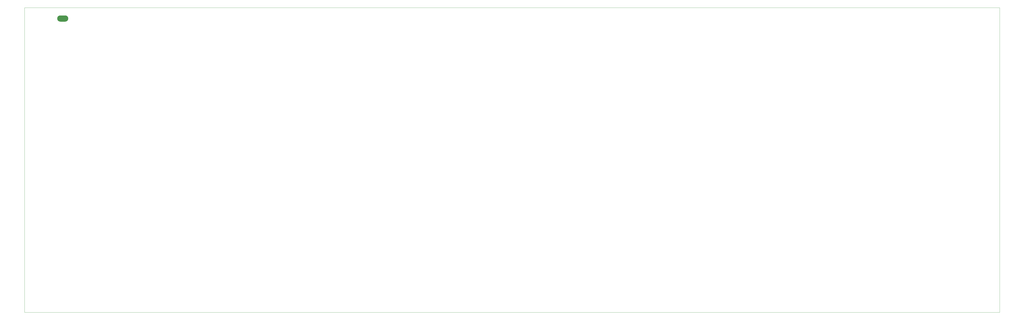
<source format=gbr>
%FSLAX34Y34*%
%MOMM*%
%LNOUTLINE*%
G71*
G01*
%ADD10C,0.100*%
%LPD*%
G54D10*
X28575Y973138D02*
X4538662Y973138D01*
X4538662Y-439738D01*
X28575Y-439738D01*
X28575Y973138D01*
G54D10*
G75*
G01X207963Y922734D02*
G03X207963Y922734I-13891J0D01*
G01*
G36*
G75*
G01X207963Y922734D02*
G03X207963Y922734I-13891J0D01*
G01*
G37*
X207963Y922734D01*
G54D10*
G75*
G01X230594Y922734D02*
G03X230594Y922734I-13900J0D01*
G01*
G36*
G75*
G01X230594Y922734D02*
G03X230594Y922734I-13900J0D01*
G01*
G37*
X230594Y922734D01*
G36*
X193675Y936625D02*
X217090Y936625D01*
X217090Y908844D01*
X193675Y908844D01*
X193675Y936625D01*
G37*
G54D10*
X193675Y936625D02*
X217090Y936625D01*
X217090Y908844D01*
X193675Y908844D01*
X193675Y936625D01*
M02*

</source>
